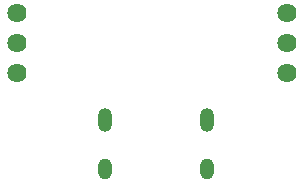
<source format=gbs>
G04 Layer: BottomSolderMaskLayer*
G04 EasyEDA v6.5.15, 2022-09-30 09:11:36*
G04 c4fc160ae67e4dbf9a9ecab7d7680e70,7db2125e4611476bb2993bf99425ef50,10*
G04 Gerber Generator version 0.2*
G04 Scale: 100 percent, Rotated: No, Reflected: No *
G04 Dimensions in millimeters *
G04 leading zeros omitted , absolute positions ,4 integer and 5 decimal *
%FSLAX45Y45*%
%MOMM*%

%ADD10O,1.1999976X1.7999964*%
%ADD11O,1.1999976X1.9999959999999999*%
%ADD12C,1.6256*%

%LPD*%
D10*
G01*
X9195003Y10113467D03*
D11*
G01*
X9195003Y10531475D03*
G01*
X8330996Y10531475D03*
D10*
G01*
X8330996Y10113467D03*
D12*
G01*
X7581900Y11430000D03*
G01*
X7581900Y11176000D03*
G01*
X7581900Y10922000D03*
G01*
X9867900Y11430000D03*
G01*
X9867900Y11176000D03*
G01*
X9867900Y10922000D03*
M02*

</source>
